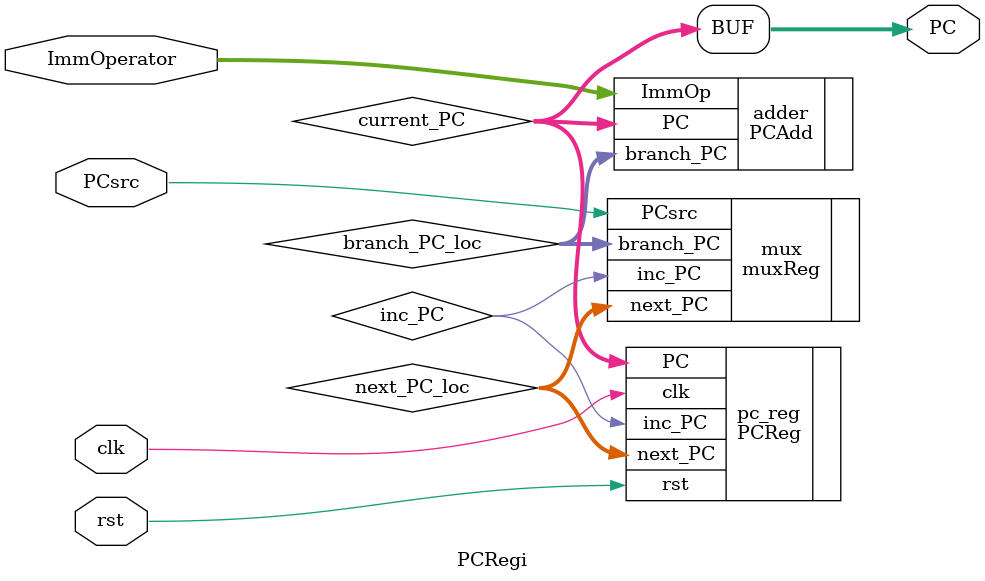
<source format=sv>
module PCRegi #(
    parameter DATA_WIDTH = 32
)(
    input logic clk,
    input logic rst,
    //input logic [DATA_WIDTH-1:0] next_PC,
    input logic PCsrc,
    input logic [DATA_WIDTH-1:0] ImmOperator,
    output logic [DATA_WIDTH-1:0] PC
    // output logic [DATA_WIDTH-1:0] inc_PC
);

// Internal signals to manage between module operations
logic [ DATA_WIDTH -1 :0] current_PC;
logic [DATA_WIDTH-1:0] branch_PC_loc;
logic [DATA_WIDTH-1:0] next_PC_loc;

muxReg #(
    .DATA_WIDTH(DATA_WIDTH)
) mux(
    .PCsrc(PCsrc), 
    .branch_PC(branch_PC_loc),
    .inc_PC(inc_PC),
    .next_PC(next_PC_loc)
);

PCReg #(
    .offset(4),
    .DATA_WIDTH(DATA_WIDTH)
) pc_reg(
    .clk(clk),
    .rst(rst),
    .next_PC(next_PC_loc),
    .PC(current_PC),
    .inc_PC(inc_PC)
);

PCAdd #(
    .DATA_WIDTH(DATA_WIDTH)  
) adder(
    .PC(current_PC),
    .ImmOp(ImmOperator), 
    .branch_PC(branch_PC_loc) 
);   

assign PC = current_PC;

endmodule
</source>
